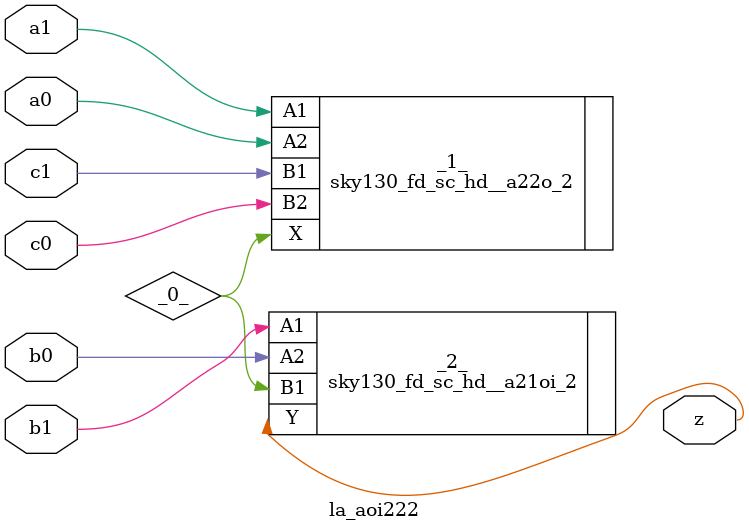
<source format=v>

module la_aoi222(a0, a1, b0, b1, c0, c1, z);
  wire _0_;
  input a0;
  input a1;
  input b0;
  input b1;
  input c0;
  input c1;
  output z;
  sky130_fd_sc_hd__a22o_2 _1_ (
    .A1(a1),
    .A2(a0),
    .B1(c1),
    .B2(c0),
    .X(_0_)
  );
  sky130_fd_sc_hd__a21oi_2 _2_ (
    .A1(b1),
    .A2(b0),
    .B1(_0_),
    .Y(z)
  );
endmodule

</source>
